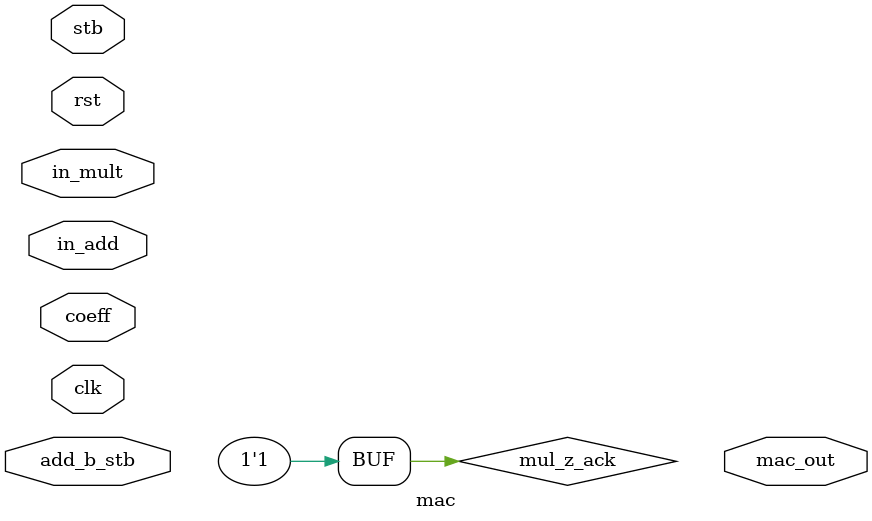
<source format=v>
module mac(
    clk,
    rst,
    stb,
    add_b_stb,
    in_mult,
    in_add,
    coeff,
    mac_out
);

parameter DATA_WIDTH = 32;

input clk;
input rst;
input stb;
input add_b_stb;
input [DATA_WIDTH-1:0] in_mult;
input [DATA_WIDTH-1:0] in_add;
input [DATA_WIDTH-1:0] coeff;
output [DATA_WIDTH-1:0] mac_out;

// input wires
wire mul_z_ack;
assign mul_z_ack = 1;

// output wires
wire mul_a_ack;
wire mul_b_ack;
wire mul_z_stb;
wire [DATA_WIDTH-1:0] mul_out;

/* mac_out = (in_mult * coeff) + in_add; */
multiplier mul1(
    // inputs
    .clk(clk),
    .rst(rst),
    .input_a(in_mult),
    .input_a_stb(stb),
    .input_b(coeff),
    .input_b_stb(stb),
    .output_z_ack(mul_z_ack),
    // outputs
    .input_a_ack(mul_a_ack),
    .input_b_ack(mul_b_ack),
    .output_z_stb(mul_z_stb),
    .output_z(mul_out)
);

adder ad1(
    // inputs
    .clk(clk),
    .rst(rst),
    .input_a(in_mult),
    .input_a_stb(mul_z_stb),
    .input_b(coeff),
    .input_b_stb(add_b_stb),
    .output_z_ack(mul_z_ack),
    // outputs
    .input_a_ack(mul_a_ack),
    .input_b_ack(mul_b_ack),
    .output_z_stb(mul_z_stb),
    .output_z(mul_out)
);


endmodule

</source>
